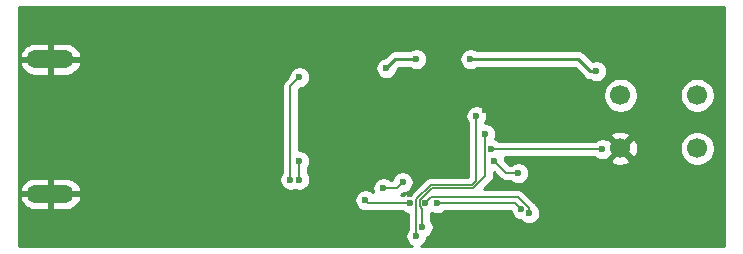
<source format=gbr>
G04 #@! TF.GenerationSoftware,KiCad,Pcbnew,5.1.4+dfsg1-1*
G04 #@! TF.CreationDate,2019-12-22T14:50:52-06:00*
G04 #@! TF.ProjectId,oxidized_flash,6f786964-697a-4656-945f-666c6173682e,rev?*
G04 #@! TF.SameCoordinates,Original*
G04 #@! TF.FileFunction,Copper,L2,Bot*
G04 #@! TF.FilePolarity,Positive*
%FSLAX46Y46*%
G04 Gerber Fmt 4.6, Leading zero omitted, Abs format (unit mm)*
G04 Created by KiCad (PCBNEW 5.1.4+dfsg1-1) date 2019-12-22 14:50:52*
%MOMM*%
%LPD*%
G04 APERTURE LIST*
%ADD10O,4.000000X1.500000*%
%ADD11C,1.700000*%
%ADD12C,0.600000*%
%ADD13C,0.250000*%
%ADD14C,0.127000*%
%ADD15C,0.254000*%
G04 APERTURE END LIST*
D10*
X27432000Y-36800000D03*
X27432000Y-25400000D03*
D11*
X75692000Y-28448000D03*
X82192000Y-28448000D03*
X75692000Y-32948000D03*
X82192000Y-32948000D03*
D12*
X40640000Y-25654000D03*
X79248000Y-23622000D03*
X70866000Y-26924000D03*
X60960000Y-24384000D03*
X79756000Y-38354000D03*
X57912000Y-36830000D03*
X52578000Y-24638000D03*
X32512000Y-27432000D03*
X51816000Y-33782000D03*
X49784000Y-23114000D03*
X30734000Y-26162000D03*
X54610000Y-24638000D03*
X64262000Y-29718000D03*
X73660000Y-26416000D03*
X62992000Y-25400000D03*
X58420000Y-25400000D03*
X55880000Y-26162000D03*
X67056000Y-35052000D03*
X65024000Y-34036000D03*
X67948300Y-38448000D03*
X59182000Y-37592000D03*
X67310000Y-38100000D03*
X60198000Y-37592000D03*
X64262000Y-31750000D03*
X58934068Y-39617932D03*
X63500000Y-30226000D03*
X58420000Y-40386000D03*
X64770000Y-33020000D03*
X74168000Y-33020000D03*
X57912000Y-37592000D03*
X54102000Y-37338000D03*
X57254750Y-35814000D03*
X55626000Y-36322000D03*
X47752000Y-35591999D03*
X48514000Y-26924000D03*
X48514000Y-35591999D03*
X48514000Y-34036000D03*
D13*
X73660000Y-26416000D02*
X73152000Y-26416000D01*
X73152000Y-26416000D02*
X72136000Y-25400000D01*
X72136000Y-25400000D02*
X62992000Y-25400000D01*
X58420000Y-25400000D02*
X56642000Y-25400000D01*
X56642000Y-25400000D02*
X55880000Y-26162000D01*
D14*
X67056000Y-35052000D02*
X66040000Y-35052000D01*
X66040000Y-35052000D02*
X65024000Y-34036000D01*
X59672501Y-37101499D02*
X59182000Y-37592000D01*
X67026063Y-37101499D02*
X59672501Y-37101499D01*
X67948300Y-38448000D02*
X67948300Y-38023736D01*
X67948300Y-38023736D02*
X67026063Y-37101499D01*
X67310000Y-38100000D02*
X66802000Y-37592000D01*
X66802000Y-37592000D02*
X60198000Y-37592000D01*
X58691499Y-37356559D02*
X59726058Y-36322000D01*
X63246000Y-36322000D02*
X64262000Y-35306000D01*
X58691499Y-37863499D02*
X58691499Y-37356559D01*
X59726058Y-36322000D02*
X63246000Y-36322000D01*
X58934068Y-38106068D02*
X58934068Y-39617932D01*
X58691499Y-37863499D02*
X58934068Y-38106068D01*
X64262000Y-35306000D02*
X64262000Y-31750000D01*
X58420000Y-37268834D02*
X59620834Y-36068000D01*
X63500000Y-35708776D02*
X63500000Y-30226000D01*
X58420000Y-40132000D02*
X58420000Y-37268834D01*
X59620834Y-36068000D02*
X63140776Y-36068000D01*
X63140776Y-36068000D02*
X63500000Y-35708776D01*
X58420000Y-40132000D02*
X58420000Y-40386000D01*
X64770000Y-33020000D02*
X65749942Y-33020000D01*
X65749942Y-33020000D02*
X74168000Y-33020000D01*
X57912000Y-37592000D02*
X54356000Y-37592000D01*
X54356000Y-37592000D02*
X54102000Y-37338000D01*
X57254750Y-35814000D02*
X56746750Y-36322000D01*
X56746750Y-36322000D02*
X55626000Y-36322000D01*
X47752000Y-35591999D02*
X47752000Y-27686000D01*
X47752000Y-27686000D02*
X48514000Y-26924000D01*
X48514000Y-35591999D02*
X48514000Y-34036000D01*
D15*
G36*
X84430001Y-41250000D02*
G01*
X58777391Y-41250000D01*
X58862889Y-41214586D01*
X59016028Y-41112262D01*
X59146262Y-40982028D01*
X59248586Y-40828889D01*
X59319068Y-40658729D01*
X59355000Y-40478089D01*
X59355000Y-40455613D01*
X59376957Y-40446518D01*
X59530096Y-40344194D01*
X59660330Y-40213960D01*
X59762654Y-40060821D01*
X59833136Y-39890661D01*
X59869068Y-39710021D01*
X59869068Y-39525843D01*
X59833136Y-39345203D01*
X59762654Y-39175043D01*
X59660330Y-39021904D01*
X59632568Y-38994142D01*
X59632568Y-38415455D01*
X59690000Y-38377080D01*
X59755111Y-38420586D01*
X59925271Y-38491068D01*
X60105911Y-38527000D01*
X60290089Y-38527000D01*
X60470729Y-38491068D01*
X60640889Y-38420586D01*
X60794028Y-38318262D01*
X60821790Y-38290500D01*
X66394575Y-38290500D01*
X66410932Y-38372729D01*
X66481414Y-38542889D01*
X66583738Y-38696028D01*
X66713972Y-38826262D01*
X66867111Y-38928586D01*
X67037271Y-38999068D01*
X67215714Y-39034563D01*
X67222038Y-39044028D01*
X67352272Y-39174262D01*
X67505411Y-39276586D01*
X67675571Y-39347068D01*
X67856211Y-39383000D01*
X68040389Y-39383000D01*
X68221029Y-39347068D01*
X68391189Y-39276586D01*
X68544328Y-39174262D01*
X68674562Y-39044028D01*
X68776886Y-38890889D01*
X68847368Y-38720729D01*
X68883300Y-38540089D01*
X68883300Y-38355911D01*
X68847368Y-38175271D01*
X68776886Y-38005111D01*
X68674562Y-37851972D01*
X68605035Y-37782445D01*
X68596752Y-37755139D01*
X68593979Y-37749951D01*
X68531891Y-37633792D01*
X68466474Y-37554081D01*
X68466466Y-37554073D01*
X68444603Y-37527433D01*
X68417962Y-37505569D01*
X67544238Y-36631847D01*
X67522366Y-36605196D01*
X67416006Y-36517908D01*
X67294660Y-36453047D01*
X67162993Y-36413106D01*
X67060372Y-36402999D01*
X67060361Y-36402999D01*
X67026063Y-36399621D01*
X66991765Y-36402999D01*
X64152828Y-36402999D01*
X64731662Y-35824166D01*
X64758302Y-35802303D01*
X64780167Y-35775661D01*
X64780174Y-35775654D01*
X64845591Y-35695944D01*
X64910451Y-35574599D01*
X64911286Y-35571847D01*
X64950393Y-35442930D01*
X64960500Y-35340309D01*
X64960500Y-35340298D01*
X64963878Y-35306000D01*
X64960500Y-35271702D01*
X64960500Y-34971000D01*
X64971173Y-34971000D01*
X65521829Y-35521657D01*
X65543697Y-35548303D01*
X65570343Y-35570171D01*
X65570346Y-35570174D01*
X65650056Y-35635591D01*
X65721069Y-35673548D01*
X65771403Y-35700452D01*
X65903070Y-35740393D01*
X66005691Y-35750500D01*
X66005702Y-35750500D01*
X66040000Y-35753878D01*
X66074298Y-35750500D01*
X66432210Y-35750500D01*
X66459972Y-35778262D01*
X66613111Y-35880586D01*
X66783271Y-35951068D01*
X66963911Y-35987000D01*
X67148089Y-35987000D01*
X67328729Y-35951068D01*
X67498889Y-35880586D01*
X67652028Y-35778262D01*
X67782262Y-35648028D01*
X67884586Y-35494889D01*
X67955068Y-35324729D01*
X67991000Y-35144089D01*
X67991000Y-34959911D01*
X67955068Y-34779271D01*
X67884586Y-34609111D01*
X67782262Y-34455972D01*
X67652028Y-34325738D01*
X67498889Y-34223414D01*
X67328729Y-34152932D01*
X67148089Y-34117000D01*
X66963911Y-34117000D01*
X66783271Y-34152932D01*
X66613111Y-34223414D01*
X66459972Y-34325738D01*
X66432210Y-34353500D01*
X66329328Y-34353500D01*
X65959000Y-33983173D01*
X65959000Y-33976397D01*
X74843208Y-33976397D01*
X74920843Y-34225472D01*
X75184883Y-34351371D01*
X75468411Y-34423339D01*
X75760531Y-34438611D01*
X76050019Y-34396599D01*
X76325747Y-34298919D01*
X76463157Y-34225472D01*
X76540792Y-33976397D01*
X75692000Y-33127605D01*
X74843208Y-33976397D01*
X65959000Y-33976397D01*
X65959000Y-33943911D01*
X65923068Y-33763271D01*
X65904523Y-33718500D01*
X73544210Y-33718500D01*
X73571972Y-33746262D01*
X73725111Y-33848586D01*
X73895271Y-33919068D01*
X74075911Y-33955000D01*
X74260089Y-33955000D01*
X74440729Y-33919068D01*
X74610889Y-33848586D01*
X74764028Y-33746262D01*
X74894262Y-33616028D01*
X74994733Y-33465662D01*
X75512395Y-32948000D01*
X75871605Y-32948000D01*
X76720397Y-33796792D01*
X76969472Y-33719157D01*
X77095371Y-33455117D01*
X77167339Y-33171589D01*
X77182611Y-32879469D01*
X77171331Y-32801740D01*
X80707000Y-32801740D01*
X80707000Y-33094260D01*
X80764068Y-33381158D01*
X80876010Y-33651411D01*
X81038525Y-33894632D01*
X81245368Y-34101475D01*
X81488589Y-34263990D01*
X81758842Y-34375932D01*
X82045740Y-34433000D01*
X82338260Y-34433000D01*
X82625158Y-34375932D01*
X82895411Y-34263990D01*
X83138632Y-34101475D01*
X83345475Y-33894632D01*
X83507990Y-33651411D01*
X83619932Y-33381158D01*
X83677000Y-33094260D01*
X83677000Y-32801740D01*
X83619932Y-32514842D01*
X83507990Y-32244589D01*
X83345475Y-32001368D01*
X83138632Y-31794525D01*
X82895411Y-31632010D01*
X82625158Y-31520068D01*
X82338260Y-31463000D01*
X82045740Y-31463000D01*
X81758842Y-31520068D01*
X81488589Y-31632010D01*
X81245368Y-31794525D01*
X81038525Y-32001368D01*
X80876010Y-32244589D01*
X80764068Y-32514842D01*
X80707000Y-32801740D01*
X77171331Y-32801740D01*
X77140599Y-32589981D01*
X77042919Y-32314253D01*
X76969472Y-32176843D01*
X76720397Y-32099208D01*
X75871605Y-32948000D01*
X75512395Y-32948000D01*
X74663603Y-32099208D01*
X74506501Y-32148176D01*
X74440729Y-32120932D01*
X74260089Y-32085000D01*
X74075911Y-32085000D01*
X73895271Y-32120932D01*
X73725111Y-32191414D01*
X73571972Y-32293738D01*
X73544210Y-32321500D01*
X65393790Y-32321500D01*
X65366028Y-32293738D01*
X65212889Y-32191414D01*
X65109018Y-32148390D01*
X65161068Y-32022729D01*
X65181581Y-31919603D01*
X74843208Y-31919603D01*
X75692000Y-32768395D01*
X76540792Y-31919603D01*
X76463157Y-31670528D01*
X76199117Y-31544629D01*
X75915589Y-31472661D01*
X75623469Y-31457389D01*
X75333981Y-31499401D01*
X75058253Y-31597081D01*
X74920843Y-31670528D01*
X74843208Y-31919603D01*
X65181581Y-31919603D01*
X65197000Y-31842089D01*
X65197000Y-31657911D01*
X65161068Y-31477271D01*
X65090586Y-31307111D01*
X64988262Y-31153972D01*
X64858028Y-31023738D01*
X64704889Y-30921414D01*
X64534729Y-30850932D01*
X64354089Y-30815000D01*
X64230958Y-30815000D01*
X64328586Y-30668889D01*
X64399068Y-30498729D01*
X64435000Y-30318089D01*
X64435000Y-30133911D01*
X64399068Y-29953271D01*
X64328586Y-29783111D01*
X64226262Y-29629972D01*
X64096028Y-29499738D01*
X63942889Y-29397414D01*
X63772729Y-29326932D01*
X63592089Y-29291000D01*
X63407911Y-29291000D01*
X63227271Y-29326932D01*
X63057111Y-29397414D01*
X62903972Y-29499738D01*
X62773738Y-29629972D01*
X62671414Y-29783111D01*
X62600932Y-29953271D01*
X62565000Y-30133911D01*
X62565000Y-30318089D01*
X62600932Y-30498729D01*
X62671414Y-30668889D01*
X62773738Y-30822028D01*
X62801501Y-30849791D01*
X62801500Y-35369500D01*
X59655132Y-35369500D01*
X59620834Y-35366122D01*
X59586536Y-35369500D01*
X59586525Y-35369500D01*
X59483904Y-35379607D01*
X59352237Y-35419548D01*
X59295751Y-35449740D01*
X59230890Y-35484409D01*
X59151180Y-35549826D01*
X59151177Y-35549829D01*
X59124531Y-35571697D01*
X59102663Y-35598343D01*
X58037384Y-36663623D01*
X58004089Y-36657000D01*
X57819911Y-36657000D01*
X57639271Y-36692932D01*
X57469111Y-36763414D01*
X57315972Y-36865738D01*
X57288210Y-36893500D01*
X57151426Y-36893500D01*
X57243053Y-36818303D01*
X57264925Y-36791652D01*
X57307577Y-36749000D01*
X57346839Y-36749000D01*
X57527479Y-36713068D01*
X57697639Y-36642586D01*
X57850778Y-36540262D01*
X57981012Y-36410028D01*
X58083336Y-36256889D01*
X58153818Y-36086729D01*
X58189750Y-35906089D01*
X58189750Y-35721911D01*
X58153818Y-35541271D01*
X58083336Y-35371111D01*
X57981012Y-35217972D01*
X57850778Y-35087738D01*
X57697639Y-34985414D01*
X57527479Y-34914932D01*
X57346839Y-34879000D01*
X57162661Y-34879000D01*
X56982021Y-34914932D01*
X56811861Y-34985414D01*
X56658722Y-35087738D01*
X56528488Y-35217972D01*
X56426164Y-35371111D01*
X56355682Y-35541271D01*
X56339325Y-35623500D01*
X56249790Y-35623500D01*
X56222028Y-35595738D01*
X56068889Y-35493414D01*
X55898729Y-35422932D01*
X55718089Y-35387000D01*
X55533911Y-35387000D01*
X55353271Y-35422932D01*
X55183111Y-35493414D01*
X55029972Y-35595738D01*
X54899738Y-35725972D01*
X54797414Y-35879111D01*
X54726932Y-36049271D01*
X54691000Y-36229911D01*
X54691000Y-36414089D01*
X54726932Y-36594729D01*
X54759397Y-36673107D01*
X54698028Y-36611738D01*
X54544889Y-36509414D01*
X54374729Y-36438932D01*
X54194089Y-36403000D01*
X54009911Y-36403000D01*
X53829271Y-36438932D01*
X53659111Y-36509414D01*
X53505972Y-36611738D01*
X53375738Y-36741972D01*
X53273414Y-36895111D01*
X53202932Y-37065271D01*
X53167000Y-37245911D01*
X53167000Y-37430089D01*
X53202932Y-37610729D01*
X53273414Y-37780889D01*
X53375738Y-37934028D01*
X53505972Y-38064262D01*
X53659111Y-38166586D01*
X53829271Y-38237068D01*
X54009911Y-38273000D01*
X54194089Y-38273000D01*
X54194457Y-38272927D01*
X54219070Y-38280393D01*
X54321691Y-38290500D01*
X54321701Y-38290500D01*
X54355999Y-38293878D01*
X54390297Y-38290500D01*
X57288210Y-38290500D01*
X57315972Y-38318262D01*
X57469111Y-38420586D01*
X57639271Y-38491068D01*
X57721501Y-38507425D01*
X57721500Y-39762210D01*
X57693738Y-39789972D01*
X57591414Y-39943111D01*
X57520932Y-40113271D01*
X57485000Y-40293911D01*
X57485000Y-40478089D01*
X57520932Y-40658729D01*
X57591414Y-40828889D01*
X57693738Y-40982028D01*
X57823972Y-41112262D01*
X57977111Y-41214586D01*
X58062609Y-41250000D01*
X24790000Y-41250000D01*
X24790000Y-37141185D01*
X24839682Y-37141185D01*
X24853827Y-37212684D01*
X24959858Y-37463868D01*
X25112855Y-37689540D01*
X25306939Y-37881028D01*
X25534651Y-38030972D01*
X25787240Y-38133611D01*
X26055000Y-38185000D01*
X27305000Y-38185000D01*
X27305000Y-36927000D01*
X27559000Y-36927000D01*
X27559000Y-38185000D01*
X28809000Y-38185000D01*
X29076760Y-38133611D01*
X29329349Y-38030972D01*
X29557061Y-37881028D01*
X29751145Y-37689540D01*
X29904142Y-37463868D01*
X30010173Y-37212684D01*
X30024318Y-37141185D01*
X29901656Y-36927000D01*
X27559000Y-36927000D01*
X27305000Y-36927000D01*
X24962344Y-36927000D01*
X24839682Y-37141185D01*
X24790000Y-37141185D01*
X24790000Y-36458815D01*
X24839682Y-36458815D01*
X24962344Y-36673000D01*
X27305000Y-36673000D01*
X27305000Y-35415000D01*
X27559000Y-35415000D01*
X27559000Y-36673000D01*
X29901656Y-36673000D01*
X30024318Y-36458815D01*
X30010173Y-36387316D01*
X29904142Y-36136132D01*
X29751145Y-35910460D01*
X29557061Y-35718972D01*
X29329349Y-35569028D01*
X29159254Y-35499910D01*
X46817000Y-35499910D01*
X46817000Y-35684088D01*
X46852932Y-35864728D01*
X46923414Y-36034888D01*
X47025738Y-36188027D01*
X47155972Y-36318261D01*
X47309111Y-36420585D01*
X47479271Y-36491067D01*
X47659911Y-36526999D01*
X47844089Y-36526999D01*
X48024729Y-36491067D01*
X48133000Y-36446220D01*
X48241271Y-36491067D01*
X48421911Y-36526999D01*
X48606089Y-36526999D01*
X48786729Y-36491067D01*
X48956889Y-36420585D01*
X49110028Y-36318261D01*
X49240262Y-36188027D01*
X49342586Y-36034888D01*
X49413068Y-35864728D01*
X49449000Y-35684088D01*
X49449000Y-35499910D01*
X49413068Y-35319270D01*
X49342586Y-35149110D01*
X49240262Y-34995971D01*
X49212500Y-34968209D01*
X49212500Y-34659790D01*
X49240262Y-34632028D01*
X49342586Y-34478889D01*
X49413068Y-34308729D01*
X49449000Y-34128089D01*
X49449000Y-33943911D01*
X49413068Y-33763271D01*
X49342586Y-33593111D01*
X49240262Y-33439972D01*
X49110028Y-33309738D01*
X48956889Y-33207414D01*
X48786729Y-33136932D01*
X48606089Y-33101000D01*
X48450500Y-33101000D01*
X48450500Y-28301740D01*
X74207000Y-28301740D01*
X74207000Y-28594260D01*
X74264068Y-28881158D01*
X74376010Y-29151411D01*
X74538525Y-29394632D01*
X74745368Y-29601475D01*
X74988589Y-29763990D01*
X75258842Y-29875932D01*
X75545740Y-29933000D01*
X75838260Y-29933000D01*
X76125158Y-29875932D01*
X76395411Y-29763990D01*
X76638632Y-29601475D01*
X76845475Y-29394632D01*
X77007990Y-29151411D01*
X77119932Y-28881158D01*
X77177000Y-28594260D01*
X77177000Y-28301740D01*
X80707000Y-28301740D01*
X80707000Y-28594260D01*
X80764068Y-28881158D01*
X80876010Y-29151411D01*
X81038525Y-29394632D01*
X81245368Y-29601475D01*
X81488589Y-29763990D01*
X81758842Y-29875932D01*
X82045740Y-29933000D01*
X82338260Y-29933000D01*
X82625158Y-29875932D01*
X82895411Y-29763990D01*
X83138632Y-29601475D01*
X83345475Y-29394632D01*
X83507990Y-29151411D01*
X83619932Y-28881158D01*
X83677000Y-28594260D01*
X83677000Y-28301740D01*
X83619932Y-28014842D01*
X83507990Y-27744589D01*
X83345475Y-27501368D01*
X83138632Y-27294525D01*
X82895411Y-27132010D01*
X82625158Y-27020068D01*
X82338260Y-26963000D01*
X82045740Y-26963000D01*
X81758842Y-27020068D01*
X81488589Y-27132010D01*
X81245368Y-27294525D01*
X81038525Y-27501368D01*
X80876010Y-27744589D01*
X80764068Y-28014842D01*
X80707000Y-28301740D01*
X77177000Y-28301740D01*
X77119932Y-28014842D01*
X77007990Y-27744589D01*
X76845475Y-27501368D01*
X76638632Y-27294525D01*
X76395411Y-27132010D01*
X76125158Y-27020068D01*
X75838260Y-26963000D01*
X75545740Y-26963000D01*
X75258842Y-27020068D01*
X74988589Y-27132010D01*
X74745368Y-27294525D01*
X74538525Y-27501368D01*
X74376010Y-27744589D01*
X74264068Y-28014842D01*
X74207000Y-28301740D01*
X48450500Y-28301740D01*
X48450500Y-27975327D01*
X48566827Y-27859000D01*
X48606089Y-27859000D01*
X48786729Y-27823068D01*
X48956889Y-27752586D01*
X49110028Y-27650262D01*
X49240262Y-27520028D01*
X49342586Y-27366889D01*
X49413068Y-27196729D01*
X49449000Y-27016089D01*
X49449000Y-26831911D01*
X49413068Y-26651271D01*
X49342586Y-26481111D01*
X49240262Y-26327972D01*
X49110028Y-26197738D01*
X48956889Y-26095414D01*
X48895319Y-26069911D01*
X54945000Y-26069911D01*
X54945000Y-26254089D01*
X54980932Y-26434729D01*
X55051414Y-26604889D01*
X55153738Y-26758028D01*
X55283972Y-26888262D01*
X55437111Y-26990586D01*
X55607271Y-27061068D01*
X55787911Y-27097000D01*
X55972089Y-27097000D01*
X56152729Y-27061068D01*
X56322889Y-26990586D01*
X56476028Y-26888262D01*
X56606262Y-26758028D01*
X56708586Y-26604889D01*
X56779068Y-26434729D01*
X56803153Y-26313649D01*
X56956802Y-26160000D01*
X57874465Y-26160000D01*
X57977111Y-26228586D01*
X58147271Y-26299068D01*
X58327911Y-26335000D01*
X58512089Y-26335000D01*
X58692729Y-26299068D01*
X58862889Y-26228586D01*
X59016028Y-26126262D01*
X59146262Y-25996028D01*
X59248586Y-25842889D01*
X59319068Y-25672729D01*
X59355000Y-25492089D01*
X59355000Y-25307911D01*
X62057000Y-25307911D01*
X62057000Y-25492089D01*
X62092932Y-25672729D01*
X62163414Y-25842889D01*
X62265738Y-25996028D01*
X62395972Y-26126262D01*
X62549111Y-26228586D01*
X62719271Y-26299068D01*
X62899911Y-26335000D01*
X63084089Y-26335000D01*
X63264729Y-26299068D01*
X63434889Y-26228586D01*
X63537535Y-26160000D01*
X71821199Y-26160000D01*
X72588201Y-26927003D01*
X72611999Y-26956001D01*
X72640997Y-26979799D01*
X72727723Y-27050974D01*
X72859753Y-27121546D01*
X73003014Y-27165003D01*
X73114430Y-27175977D01*
X73217111Y-27244586D01*
X73387271Y-27315068D01*
X73567911Y-27351000D01*
X73752089Y-27351000D01*
X73932729Y-27315068D01*
X74102889Y-27244586D01*
X74256028Y-27142262D01*
X74386262Y-27012028D01*
X74488586Y-26858889D01*
X74559068Y-26688729D01*
X74595000Y-26508089D01*
X74595000Y-26323911D01*
X74559068Y-26143271D01*
X74488586Y-25973111D01*
X74386262Y-25819972D01*
X74256028Y-25689738D01*
X74102889Y-25587414D01*
X73932729Y-25516932D01*
X73752089Y-25481000D01*
X73567911Y-25481000D01*
X73387271Y-25516932D01*
X73345172Y-25534370D01*
X72699804Y-24889002D01*
X72676001Y-24859999D01*
X72560276Y-24765026D01*
X72428247Y-24694454D01*
X72284986Y-24650997D01*
X72173333Y-24640000D01*
X72173322Y-24640000D01*
X72136000Y-24636324D01*
X72098678Y-24640000D01*
X63537535Y-24640000D01*
X63434889Y-24571414D01*
X63264729Y-24500932D01*
X63084089Y-24465000D01*
X62899911Y-24465000D01*
X62719271Y-24500932D01*
X62549111Y-24571414D01*
X62395972Y-24673738D01*
X62265738Y-24803972D01*
X62163414Y-24957111D01*
X62092932Y-25127271D01*
X62057000Y-25307911D01*
X59355000Y-25307911D01*
X59319068Y-25127271D01*
X59248586Y-24957111D01*
X59146262Y-24803972D01*
X59016028Y-24673738D01*
X58862889Y-24571414D01*
X58692729Y-24500932D01*
X58512089Y-24465000D01*
X58327911Y-24465000D01*
X58147271Y-24500932D01*
X57977111Y-24571414D01*
X57874465Y-24640000D01*
X56679325Y-24640000D01*
X56642000Y-24636324D01*
X56604675Y-24640000D01*
X56604667Y-24640000D01*
X56493014Y-24650997D01*
X56349753Y-24694454D01*
X56217724Y-24765026D01*
X56101999Y-24859999D01*
X56078201Y-24888998D01*
X55728351Y-25238847D01*
X55607271Y-25262932D01*
X55437111Y-25333414D01*
X55283972Y-25435738D01*
X55153738Y-25565972D01*
X55051414Y-25719111D01*
X54980932Y-25889271D01*
X54945000Y-26069911D01*
X48895319Y-26069911D01*
X48786729Y-26024932D01*
X48606089Y-25989000D01*
X48421911Y-25989000D01*
X48241271Y-26024932D01*
X48071111Y-26095414D01*
X47917972Y-26197738D01*
X47787738Y-26327972D01*
X47685414Y-26481111D01*
X47614932Y-26651271D01*
X47579000Y-26831911D01*
X47579000Y-26871173D01*
X47282343Y-27167830D01*
X47255698Y-27189697D01*
X47233830Y-27216343D01*
X47233826Y-27216347D01*
X47168409Y-27296057D01*
X47103549Y-27417402D01*
X47063608Y-27549071D01*
X47050122Y-27686000D01*
X47053501Y-27720308D01*
X47053500Y-34968209D01*
X47025738Y-34995971D01*
X46923414Y-35149110D01*
X46852932Y-35319270D01*
X46817000Y-35499910D01*
X29159254Y-35499910D01*
X29076760Y-35466389D01*
X28809000Y-35415000D01*
X27559000Y-35415000D01*
X27305000Y-35415000D01*
X26055000Y-35415000D01*
X25787240Y-35466389D01*
X25534651Y-35569028D01*
X25306939Y-35718972D01*
X25112855Y-35910460D01*
X24959858Y-36136132D01*
X24853827Y-36387316D01*
X24839682Y-36458815D01*
X24790000Y-36458815D01*
X24790000Y-25741185D01*
X24839682Y-25741185D01*
X24853827Y-25812684D01*
X24959858Y-26063868D01*
X25112855Y-26289540D01*
X25306939Y-26481028D01*
X25534651Y-26630972D01*
X25787240Y-26733611D01*
X26055000Y-26785000D01*
X27305000Y-26785000D01*
X27305000Y-25527000D01*
X27559000Y-25527000D01*
X27559000Y-26785000D01*
X28809000Y-26785000D01*
X29076760Y-26733611D01*
X29329349Y-26630972D01*
X29557061Y-26481028D01*
X29751145Y-26289540D01*
X29904142Y-26063868D01*
X30010173Y-25812684D01*
X30024318Y-25741185D01*
X29901656Y-25527000D01*
X27559000Y-25527000D01*
X27305000Y-25527000D01*
X24962344Y-25527000D01*
X24839682Y-25741185D01*
X24790000Y-25741185D01*
X24790000Y-25058815D01*
X24839682Y-25058815D01*
X24962344Y-25273000D01*
X27305000Y-25273000D01*
X27305000Y-24015000D01*
X27559000Y-24015000D01*
X27559000Y-25273000D01*
X29901656Y-25273000D01*
X30024318Y-25058815D01*
X30010173Y-24987316D01*
X29904142Y-24736132D01*
X29751145Y-24510460D01*
X29557061Y-24318972D01*
X29329349Y-24169028D01*
X29076760Y-24066389D01*
X28809000Y-24015000D01*
X27559000Y-24015000D01*
X27305000Y-24015000D01*
X26055000Y-24015000D01*
X25787240Y-24066389D01*
X25534651Y-24169028D01*
X25306939Y-24318972D01*
X25112855Y-24510460D01*
X24959858Y-24736132D01*
X24853827Y-24987316D01*
X24839682Y-25058815D01*
X24790000Y-25058815D01*
X24790000Y-20980000D01*
X84430000Y-20980000D01*
X84430001Y-41250000D01*
X84430001Y-41250000D01*
G37*
X84430001Y-41250000D02*
X58777391Y-41250000D01*
X58862889Y-41214586D01*
X59016028Y-41112262D01*
X59146262Y-40982028D01*
X59248586Y-40828889D01*
X59319068Y-40658729D01*
X59355000Y-40478089D01*
X59355000Y-40455613D01*
X59376957Y-40446518D01*
X59530096Y-40344194D01*
X59660330Y-40213960D01*
X59762654Y-40060821D01*
X59833136Y-39890661D01*
X59869068Y-39710021D01*
X59869068Y-39525843D01*
X59833136Y-39345203D01*
X59762654Y-39175043D01*
X59660330Y-39021904D01*
X59632568Y-38994142D01*
X59632568Y-38415455D01*
X59690000Y-38377080D01*
X59755111Y-38420586D01*
X59925271Y-38491068D01*
X60105911Y-38527000D01*
X60290089Y-38527000D01*
X60470729Y-38491068D01*
X60640889Y-38420586D01*
X60794028Y-38318262D01*
X60821790Y-38290500D01*
X66394575Y-38290500D01*
X66410932Y-38372729D01*
X66481414Y-38542889D01*
X66583738Y-38696028D01*
X66713972Y-38826262D01*
X66867111Y-38928586D01*
X67037271Y-38999068D01*
X67215714Y-39034563D01*
X67222038Y-39044028D01*
X67352272Y-39174262D01*
X67505411Y-39276586D01*
X67675571Y-39347068D01*
X67856211Y-39383000D01*
X68040389Y-39383000D01*
X68221029Y-39347068D01*
X68391189Y-39276586D01*
X68544328Y-39174262D01*
X68674562Y-39044028D01*
X68776886Y-38890889D01*
X68847368Y-38720729D01*
X68883300Y-38540089D01*
X68883300Y-38355911D01*
X68847368Y-38175271D01*
X68776886Y-38005111D01*
X68674562Y-37851972D01*
X68605035Y-37782445D01*
X68596752Y-37755139D01*
X68593979Y-37749951D01*
X68531891Y-37633792D01*
X68466474Y-37554081D01*
X68466466Y-37554073D01*
X68444603Y-37527433D01*
X68417962Y-37505569D01*
X67544238Y-36631847D01*
X67522366Y-36605196D01*
X67416006Y-36517908D01*
X67294660Y-36453047D01*
X67162993Y-36413106D01*
X67060372Y-36402999D01*
X67060361Y-36402999D01*
X67026063Y-36399621D01*
X66991765Y-36402999D01*
X64152828Y-36402999D01*
X64731662Y-35824166D01*
X64758302Y-35802303D01*
X64780167Y-35775661D01*
X64780174Y-35775654D01*
X64845591Y-35695944D01*
X64910451Y-35574599D01*
X64911286Y-35571847D01*
X64950393Y-35442930D01*
X64960500Y-35340309D01*
X64960500Y-35340298D01*
X64963878Y-35306000D01*
X64960500Y-35271702D01*
X64960500Y-34971000D01*
X64971173Y-34971000D01*
X65521829Y-35521657D01*
X65543697Y-35548303D01*
X65570343Y-35570171D01*
X65570346Y-35570174D01*
X65650056Y-35635591D01*
X65721069Y-35673548D01*
X65771403Y-35700452D01*
X65903070Y-35740393D01*
X66005691Y-35750500D01*
X66005702Y-35750500D01*
X66040000Y-35753878D01*
X66074298Y-35750500D01*
X66432210Y-35750500D01*
X66459972Y-35778262D01*
X66613111Y-35880586D01*
X66783271Y-35951068D01*
X66963911Y-35987000D01*
X67148089Y-35987000D01*
X67328729Y-35951068D01*
X67498889Y-35880586D01*
X67652028Y-35778262D01*
X67782262Y-35648028D01*
X67884586Y-35494889D01*
X67955068Y-35324729D01*
X67991000Y-35144089D01*
X67991000Y-34959911D01*
X67955068Y-34779271D01*
X67884586Y-34609111D01*
X67782262Y-34455972D01*
X67652028Y-34325738D01*
X67498889Y-34223414D01*
X67328729Y-34152932D01*
X67148089Y-34117000D01*
X66963911Y-34117000D01*
X66783271Y-34152932D01*
X66613111Y-34223414D01*
X66459972Y-34325738D01*
X66432210Y-34353500D01*
X66329328Y-34353500D01*
X65959000Y-33983173D01*
X65959000Y-33976397D01*
X74843208Y-33976397D01*
X74920843Y-34225472D01*
X75184883Y-34351371D01*
X75468411Y-34423339D01*
X75760531Y-34438611D01*
X76050019Y-34396599D01*
X76325747Y-34298919D01*
X76463157Y-34225472D01*
X76540792Y-33976397D01*
X75692000Y-33127605D01*
X74843208Y-33976397D01*
X65959000Y-33976397D01*
X65959000Y-33943911D01*
X65923068Y-33763271D01*
X65904523Y-33718500D01*
X73544210Y-33718500D01*
X73571972Y-33746262D01*
X73725111Y-33848586D01*
X73895271Y-33919068D01*
X74075911Y-33955000D01*
X74260089Y-33955000D01*
X74440729Y-33919068D01*
X74610889Y-33848586D01*
X74764028Y-33746262D01*
X74894262Y-33616028D01*
X74994733Y-33465662D01*
X75512395Y-32948000D01*
X75871605Y-32948000D01*
X76720397Y-33796792D01*
X76969472Y-33719157D01*
X77095371Y-33455117D01*
X77167339Y-33171589D01*
X77182611Y-32879469D01*
X77171331Y-32801740D01*
X80707000Y-32801740D01*
X80707000Y-33094260D01*
X80764068Y-33381158D01*
X80876010Y-33651411D01*
X81038525Y-33894632D01*
X81245368Y-34101475D01*
X81488589Y-34263990D01*
X81758842Y-34375932D01*
X82045740Y-34433000D01*
X82338260Y-34433000D01*
X82625158Y-34375932D01*
X82895411Y-34263990D01*
X83138632Y-34101475D01*
X83345475Y-33894632D01*
X83507990Y-33651411D01*
X83619932Y-33381158D01*
X83677000Y-33094260D01*
X83677000Y-32801740D01*
X83619932Y-32514842D01*
X83507990Y-32244589D01*
X83345475Y-32001368D01*
X83138632Y-31794525D01*
X82895411Y-31632010D01*
X82625158Y-31520068D01*
X82338260Y-31463000D01*
X82045740Y-31463000D01*
X81758842Y-31520068D01*
X81488589Y-31632010D01*
X81245368Y-31794525D01*
X81038525Y-32001368D01*
X80876010Y-32244589D01*
X80764068Y-32514842D01*
X80707000Y-32801740D01*
X77171331Y-32801740D01*
X77140599Y-32589981D01*
X77042919Y-32314253D01*
X76969472Y-32176843D01*
X76720397Y-32099208D01*
X75871605Y-32948000D01*
X75512395Y-32948000D01*
X74663603Y-32099208D01*
X74506501Y-32148176D01*
X74440729Y-32120932D01*
X74260089Y-32085000D01*
X74075911Y-32085000D01*
X73895271Y-32120932D01*
X73725111Y-32191414D01*
X73571972Y-32293738D01*
X73544210Y-32321500D01*
X65393790Y-32321500D01*
X65366028Y-32293738D01*
X65212889Y-32191414D01*
X65109018Y-32148390D01*
X65161068Y-32022729D01*
X65181581Y-31919603D01*
X74843208Y-31919603D01*
X75692000Y-32768395D01*
X76540792Y-31919603D01*
X76463157Y-31670528D01*
X76199117Y-31544629D01*
X75915589Y-31472661D01*
X75623469Y-31457389D01*
X75333981Y-31499401D01*
X75058253Y-31597081D01*
X74920843Y-31670528D01*
X74843208Y-31919603D01*
X65181581Y-31919603D01*
X65197000Y-31842089D01*
X65197000Y-31657911D01*
X65161068Y-31477271D01*
X65090586Y-31307111D01*
X64988262Y-31153972D01*
X64858028Y-31023738D01*
X64704889Y-30921414D01*
X64534729Y-30850932D01*
X64354089Y-30815000D01*
X64230958Y-30815000D01*
X64328586Y-30668889D01*
X64399068Y-30498729D01*
X64435000Y-30318089D01*
X64435000Y-30133911D01*
X64399068Y-29953271D01*
X64328586Y-29783111D01*
X64226262Y-29629972D01*
X64096028Y-29499738D01*
X63942889Y-29397414D01*
X63772729Y-29326932D01*
X63592089Y-29291000D01*
X63407911Y-29291000D01*
X63227271Y-29326932D01*
X63057111Y-29397414D01*
X62903972Y-29499738D01*
X62773738Y-29629972D01*
X62671414Y-29783111D01*
X62600932Y-29953271D01*
X62565000Y-30133911D01*
X62565000Y-30318089D01*
X62600932Y-30498729D01*
X62671414Y-30668889D01*
X62773738Y-30822028D01*
X62801501Y-30849791D01*
X62801500Y-35369500D01*
X59655132Y-35369500D01*
X59620834Y-35366122D01*
X59586536Y-35369500D01*
X59586525Y-35369500D01*
X59483904Y-35379607D01*
X59352237Y-35419548D01*
X59295751Y-35449740D01*
X59230890Y-35484409D01*
X59151180Y-35549826D01*
X59151177Y-35549829D01*
X59124531Y-35571697D01*
X59102663Y-35598343D01*
X58037384Y-36663623D01*
X58004089Y-36657000D01*
X57819911Y-36657000D01*
X57639271Y-36692932D01*
X57469111Y-36763414D01*
X57315972Y-36865738D01*
X57288210Y-36893500D01*
X57151426Y-36893500D01*
X57243053Y-36818303D01*
X57264925Y-36791652D01*
X57307577Y-36749000D01*
X57346839Y-36749000D01*
X57527479Y-36713068D01*
X57697639Y-36642586D01*
X57850778Y-36540262D01*
X57981012Y-36410028D01*
X58083336Y-36256889D01*
X58153818Y-36086729D01*
X58189750Y-35906089D01*
X58189750Y-35721911D01*
X58153818Y-35541271D01*
X58083336Y-35371111D01*
X57981012Y-35217972D01*
X57850778Y-35087738D01*
X57697639Y-34985414D01*
X57527479Y-34914932D01*
X57346839Y-34879000D01*
X57162661Y-34879000D01*
X56982021Y-34914932D01*
X56811861Y-34985414D01*
X56658722Y-35087738D01*
X56528488Y-35217972D01*
X56426164Y-35371111D01*
X56355682Y-35541271D01*
X56339325Y-35623500D01*
X56249790Y-35623500D01*
X56222028Y-35595738D01*
X56068889Y-35493414D01*
X55898729Y-35422932D01*
X55718089Y-35387000D01*
X55533911Y-35387000D01*
X55353271Y-35422932D01*
X55183111Y-35493414D01*
X55029972Y-35595738D01*
X54899738Y-35725972D01*
X54797414Y-35879111D01*
X54726932Y-36049271D01*
X54691000Y-36229911D01*
X54691000Y-36414089D01*
X54726932Y-36594729D01*
X54759397Y-36673107D01*
X54698028Y-36611738D01*
X54544889Y-36509414D01*
X54374729Y-36438932D01*
X54194089Y-36403000D01*
X54009911Y-36403000D01*
X53829271Y-36438932D01*
X53659111Y-36509414D01*
X53505972Y-36611738D01*
X53375738Y-36741972D01*
X53273414Y-36895111D01*
X53202932Y-37065271D01*
X53167000Y-37245911D01*
X53167000Y-37430089D01*
X53202932Y-37610729D01*
X53273414Y-37780889D01*
X53375738Y-37934028D01*
X53505972Y-38064262D01*
X53659111Y-38166586D01*
X53829271Y-38237068D01*
X54009911Y-38273000D01*
X54194089Y-38273000D01*
X54194457Y-38272927D01*
X54219070Y-38280393D01*
X54321691Y-38290500D01*
X54321701Y-38290500D01*
X54355999Y-38293878D01*
X54390297Y-38290500D01*
X57288210Y-38290500D01*
X57315972Y-38318262D01*
X57469111Y-38420586D01*
X57639271Y-38491068D01*
X57721501Y-38507425D01*
X57721500Y-39762210D01*
X57693738Y-39789972D01*
X57591414Y-39943111D01*
X57520932Y-40113271D01*
X57485000Y-40293911D01*
X57485000Y-40478089D01*
X57520932Y-40658729D01*
X57591414Y-40828889D01*
X57693738Y-40982028D01*
X57823972Y-41112262D01*
X57977111Y-41214586D01*
X58062609Y-41250000D01*
X24790000Y-41250000D01*
X24790000Y-37141185D01*
X24839682Y-37141185D01*
X24853827Y-37212684D01*
X24959858Y-37463868D01*
X25112855Y-37689540D01*
X25306939Y-37881028D01*
X25534651Y-38030972D01*
X25787240Y-38133611D01*
X26055000Y-38185000D01*
X27305000Y-38185000D01*
X27305000Y-36927000D01*
X27559000Y-36927000D01*
X27559000Y-38185000D01*
X28809000Y-38185000D01*
X29076760Y-38133611D01*
X29329349Y-38030972D01*
X29557061Y-37881028D01*
X29751145Y-37689540D01*
X29904142Y-37463868D01*
X30010173Y-37212684D01*
X30024318Y-37141185D01*
X29901656Y-36927000D01*
X27559000Y-36927000D01*
X27305000Y-36927000D01*
X24962344Y-36927000D01*
X24839682Y-37141185D01*
X24790000Y-37141185D01*
X24790000Y-36458815D01*
X24839682Y-36458815D01*
X24962344Y-36673000D01*
X27305000Y-36673000D01*
X27305000Y-35415000D01*
X27559000Y-35415000D01*
X27559000Y-36673000D01*
X29901656Y-36673000D01*
X30024318Y-36458815D01*
X30010173Y-36387316D01*
X29904142Y-36136132D01*
X29751145Y-35910460D01*
X29557061Y-35718972D01*
X29329349Y-35569028D01*
X29159254Y-35499910D01*
X46817000Y-35499910D01*
X46817000Y-35684088D01*
X46852932Y-35864728D01*
X46923414Y-36034888D01*
X47025738Y-36188027D01*
X47155972Y-36318261D01*
X47309111Y-36420585D01*
X47479271Y-36491067D01*
X47659911Y-36526999D01*
X47844089Y-36526999D01*
X48024729Y-36491067D01*
X48133000Y-36446220D01*
X48241271Y-36491067D01*
X48421911Y-36526999D01*
X48606089Y-36526999D01*
X48786729Y-36491067D01*
X48956889Y-36420585D01*
X49110028Y-36318261D01*
X49240262Y-36188027D01*
X49342586Y-36034888D01*
X49413068Y-35864728D01*
X49449000Y-35684088D01*
X49449000Y-35499910D01*
X49413068Y-35319270D01*
X49342586Y-35149110D01*
X49240262Y-34995971D01*
X49212500Y-34968209D01*
X49212500Y-34659790D01*
X49240262Y-34632028D01*
X49342586Y-34478889D01*
X49413068Y-34308729D01*
X49449000Y-34128089D01*
X49449000Y-33943911D01*
X49413068Y-33763271D01*
X49342586Y-33593111D01*
X49240262Y-33439972D01*
X49110028Y-33309738D01*
X48956889Y-33207414D01*
X48786729Y-33136932D01*
X48606089Y-33101000D01*
X48450500Y-33101000D01*
X48450500Y-28301740D01*
X74207000Y-28301740D01*
X74207000Y-28594260D01*
X74264068Y-28881158D01*
X74376010Y-29151411D01*
X74538525Y-29394632D01*
X74745368Y-29601475D01*
X74988589Y-29763990D01*
X75258842Y-29875932D01*
X75545740Y-29933000D01*
X75838260Y-29933000D01*
X76125158Y-29875932D01*
X76395411Y-29763990D01*
X76638632Y-29601475D01*
X76845475Y-29394632D01*
X77007990Y-29151411D01*
X77119932Y-28881158D01*
X77177000Y-28594260D01*
X77177000Y-28301740D01*
X80707000Y-28301740D01*
X80707000Y-28594260D01*
X80764068Y-28881158D01*
X80876010Y-29151411D01*
X81038525Y-29394632D01*
X81245368Y-29601475D01*
X81488589Y-29763990D01*
X81758842Y-29875932D01*
X82045740Y-29933000D01*
X82338260Y-29933000D01*
X82625158Y-29875932D01*
X82895411Y-29763990D01*
X83138632Y-29601475D01*
X83345475Y-29394632D01*
X83507990Y-29151411D01*
X83619932Y-28881158D01*
X83677000Y-28594260D01*
X83677000Y-28301740D01*
X83619932Y-28014842D01*
X83507990Y-27744589D01*
X83345475Y-27501368D01*
X83138632Y-27294525D01*
X82895411Y-27132010D01*
X82625158Y-27020068D01*
X82338260Y-26963000D01*
X82045740Y-26963000D01*
X81758842Y-27020068D01*
X81488589Y-27132010D01*
X81245368Y-27294525D01*
X81038525Y-27501368D01*
X80876010Y-27744589D01*
X80764068Y-28014842D01*
X80707000Y-28301740D01*
X77177000Y-28301740D01*
X77119932Y-28014842D01*
X77007990Y-27744589D01*
X76845475Y-27501368D01*
X76638632Y-27294525D01*
X76395411Y-27132010D01*
X76125158Y-27020068D01*
X75838260Y-26963000D01*
X75545740Y-26963000D01*
X75258842Y-27020068D01*
X74988589Y-27132010D01*
X74745368Y-27294525D01*
X74538525Y-27501368D01*
X74376010Y-27744589D01*
X74264068Y-28014842D01*
X74207000Y-28301740D01*
X48450500Y-28301740D01*
X48450500Y-27975327D01*
X48566827Y-27859000D01*
X48606089Y-27859000D01*
X48786729Y-27823068D01*
X48956889Y-27752586D01*
X49110028Y-27650262D01*
X49240262Y-27520028D01*
X49342586Y-27366889D01*
X49413068Y-27196729D01*
X49449000Y-27016089D01*
X49449000Y-26831911D01*
X49413068Y-26651271D01*
X49342586Y-26481111D01*
X49240262Y-26327972D01*
X49110028Y-26197738D01*
X48956889Y-26095414D01*
X48895319Y-26069911D01*
X54945000Y-26069911D01*
X54945000Y-26254089D01*
X54980932Y-26434729D01*
X55051414Y-26604889D01*
X55153738Y-26758028D01*
X55283972Y-26888262D01*
X55437111Y-26990586D01*
X55607271Y-27061068D01*
X55787911Y-27097000D01*
X55972089Y-27097000D01*
X56152729Y-27061068D01*
X56322889Y-26990586D01*
X56476028Y-26888262D01*
X56606262Y-26758028D01*
X56708586Y-26604889D01*
X56779068Y-26434729D01*
X56803153Y-26313649D01*
X56956802Y-26160000D01*
X57874465Y-26160000D01*
X57977111Y-26228586D01*
X58147271Y-26299068D01*
X58327911Y-26335000D01*
X58512089Y-26335000D01*
X58692729Y-26299068D01*
X58862889Y-26228586D01*
X59016028Y-26126262D01*
X59146262Y-25996028D01*
X59248586Y-25842889D01*
X59319068Y-25672729D01*
X59355000Y-25492089D01*
X59355000Y-25307911D01*
X62057000Y-25307911D01*
X62057000Y-25492089D01*
X62092932Y-25672729D01*
X62163414Y-25842889D01*
X62265738Y-25996028D01*
X62395972Y-26126262D01*
X62549111Y-26228586D01*
X62719271Y-26299068D01*
X62899911Y-26335000D01*
X63084089Y-26335000D01*
X63264729Y-26299068D01*
X63434889Y-26228586D01*
X63537535Y-26160000D01*
X71821199Y-26160000D01*
X72588201Y-26927003D01*
X72611999Y-26956001D01*
X72640997Y-26979799D01*
X72727723Y-27050974D01*
X72859753Y-27121546D01*
X73003014Y-27165003D01*
X73114430Y-27175977D01*
X73217111Y-27244586D01*
X73387271Y-27315068D01*
X73567911Y-27351000D01*
X73752089Y-27351000D01*
X73932729Y-27315068D01*
X74102889Y-27244586D01*
X74256028Y-27142262D01*
X74386262Y-27012028D01*
X74488586Y-26858889D01*
X74559068Y-26688729D01*
X74595000Y-26508089D01*
X74595000Y-26323911D01*
X74559068Y-26143271D01*
X74488586Y-25973111D01*
X74386262Y-25819972D01*
X74256028Y-25689738D01*
X74102889Y-25587414D01*
X73932729Y-25516932D01*
X73752089Y-25481000D01*
X73567911Y-25481000D01*
X73387271Y-25516932D01*
X73345172Y-25534370D01*
X72699804Y-24889002D01*
X72676001Y-24859999D01*
X72560276Y-24765026D01*
X72428247Y-24694454D01*
X72284986Y-24650997D01*
X72173333Y-24640000D01*
X72173322Y-24640000D01*
X72136000Y-24636324D01*
X72098678Y-24640000D01*
X63537535Y-24640000D01*
X63434889Y-24571414D01*
X63264729Y-24500932D01*
X63084089Y-24465000D01*
X62899911Y-24465000D01*
X62719271Y-24500932D01*
X62549111Y-24571414D01*
X62395972Y-24673738D01*
X62265738Y-24803972D01*
X62163414Y-24957111D01*
X62092932Y-25127271D01*
X62057000Y-25307911D01*
X59355000Y-25307911D01*
X59319068Y-25127271D01*
X59248586Y-24957111D01*
X59146262Y-24803972D01*
X59016028Y-24673738D01*
X58862889Y-24571414D01*
X58692729Y-24500932D01*
X58512089Y-24465000D01*
X58327911Y-24465000D01*
X58147271Y-24500932D01*
X57977111Y-24571414D01*
X57874465Y-24640000D01*
X56679325Y-24640000D01*
X56642000Y-24636324D01*
X56604675Y-24640000D01*
X56604667Y-24640000D01*
X56493014Y-24650997D01*
X56349753Y-24694454D01*
X56217724Y-24765026D01*
X56101999Y-24859999D01*
X56078201Y-24888998D01*
X55728351Y-25238847D01*
X55607271Y-25262932D01*
X55437111Y-25333414D01*
X55283972Y-25435738D01*
X55153738Y-25565972D01*
X55051414Y-25719111D01*
X54980932Y-25889271D01*
X54945000Y-26069911D01*
X48895319Y-26069911D01*
X48786729Y-26024932D01*
X48606089Y-25989000D01*
X48421911Y-25989000D01*
X48241271Y-26024932D01*
X48071111Y-26095414D01*
X47917972Y-26197738D01*
X47787738Y-26327972D01*
X47685414Y-26481111D01*
X47614932Y-26651271D01*
X47579000Y-26831911D01*
X47579000Y-26871173D01*
X47282343Y-27167830D01*
X47255698Y-27189697D01*
X47233830Y-27216343D01*
X47233826Y-27216347D01*
X47168409Y-27296057D01*
X47103549Y-27417402D01*
X47063608Y-27549071D01*
X47050122Y-27686000D01*
X47053501Y-27720308D01*
X47053500Y-34968209D01*
X47025738Y-34995971D01*
X46923414Y-35149110D01*
X46852932Y-35319270D01*
X46817000Y-35499910D01*
X29159254Y-35499910D01*
X29076760Y-35466389D01*
X28809000Y-35415000D01*
X27559000Y-35415000D01*
X27305000Y-35415000D01*
X26055000Y-35415000D01*
X25787240Y-35466389D01*
X25534651Y-35569028D01*
X25306939Y-35718972D01*
X25112855Y-35910460D01*
X24959858Y-36136132D01*
X24853827Y-36387316D01*
X24839682Y-36458815D01*
X24790000Y-36458815D01*
X24790000Y-25741185D01*
X24839682Y-25741185D01*
X24853827Y-25812684D01*
X24959858Y-26063868D01*
X25112855Y-26289540D01*
X25306939Y-26481028D01*
X25534651Y-26630972D01*
X25787240Y-26733611D01*
X26055000Y-26785000D01*
X27305000Y-26785000D01*
X27305000Y-25527000D01*
X27559000Y-25527000D01*
X27559000Y-26785000D01*
X28809000Y-26785000D01*
X29076760Y-26733611D01*
X29329349Y-26630972D01*
X29557061Y-26481028D01*
X29751145Y-26289540D01*
X29904142Y-26063868D01*
X30010173Y-25812684D01*
X30024318Y-25741185D01*
X29901656Y-25527000D01*
X27559000Y-25527000D01*
X27305000Y-25527000D01*
X24962344Y-25527000D01*
X24839682Y-25741185D01*
X24790000Y-25741185D01*
X24790000Y-25058815D01*
X24839682Y-25058815D01*
X24962344Y-25273000D01*
X27305000Y-25273000D01*
X27305000Y-24015000D01*
X27559000Y-24015000D01*
X27559000Y-25273000D01*
X29901656Y-25273000D01*
X30024318Y-25058815D01*
X30010173Y-24987316D01*
X29904142Y-24736132D01*
X29751145Y-24510460D01*
X29557061Y-24318972D01*
X29329349Y-24169028D01*
X29076760Y-24066389D01*
X28809000Y-24015000D01*
X27559000Y-24015000D01*
X27305000Y-24015000D01*
X26055000Y-24015000D01*
X25787240Y-24066389D01*
X25534651Y-24169028D01*
X25306939Y-24318972D01*
X25112855Y-24510460D01*
X24959858Y-24736132D01*
X24853827Y-24987316D01*
X24839682Y-25058815D01*
X24790000Y-25058815D01*
X24790000Y-20980000D01*
X84430000Y-20980000D01*
X84430001Y-41250000D01*
M02*

</source>
